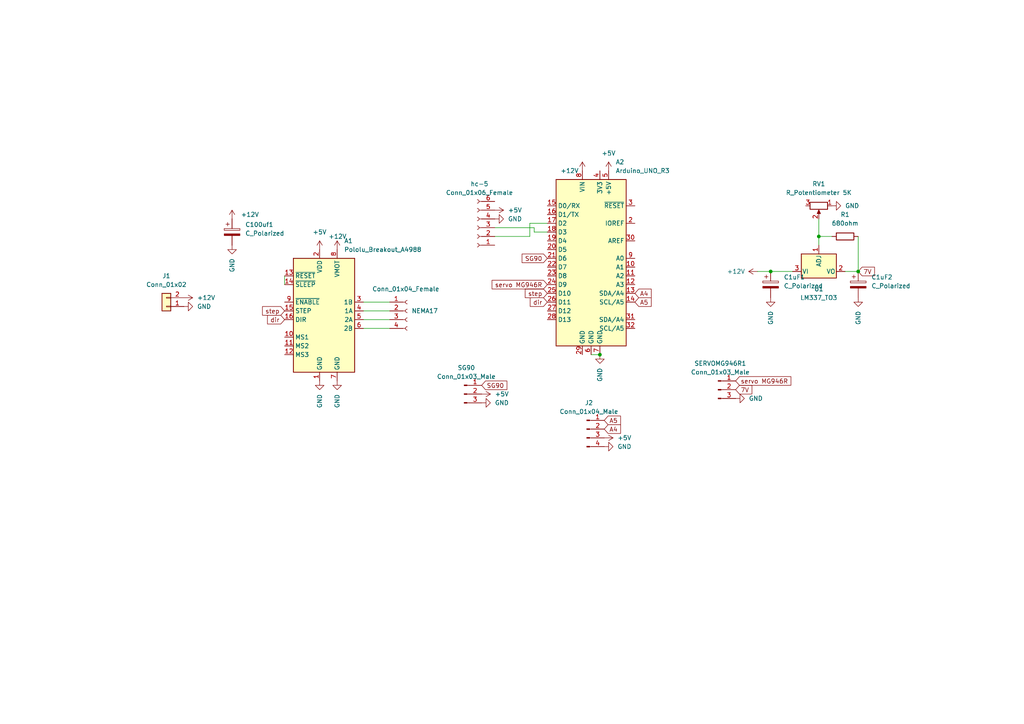
<source format=kicad_sch>
(kicad_sch (version 20211123) (generator eeschema)
  (paper "A4")
  (lib_symbols
    (symbol "Connector:Conn_01x03_Male" (pin_names (offset 1.016) hide)
      (property "Reference" "J" (at 0 5.08 0))
      (property "Value" "Conn_01x03_Male" (at 0 -5.08 0))
      (symbol "Conn_01x03_Male_1_1"
        (polyline (pts (xy 1.27 -2.54) (xy 0.8636 -2.54)) (stroke (width 0.1524)))
        (polyline (pts (xy 1.27 0) (xy 0.8636 0)) (stroke (width 0.1524)))
        (polyline (pts (xy 1.27 2.54) (xy 0.8636 2.54)) (stroke (width 0.1524)))
        (rectangle (start 0.8636 -2.413) (end 0 -2.667) (stroke (width 0.1524)) (fill (type outline)))
        (rectangle (start 0.8636 0.127) (end 0 -0.127) (stroke (width 0.1524)) (fill (type outline)))
        (rectangle (start 0.8636 2.667) (end 0 2.413) (stroke (width 0.1524)) (fill (type outline)))
        (pin passive line (at 5.08 2.54 180) (length 3.81) (name "Pin_1") (number "1"))
        (pin passive line (at 5.08 0 180) (length 3.81) (name "Pin_2") (number "2"))
        (pin passive line (at 5.08 -2.54 180) (length 3.81) (name "Pin_3") (number "3"))
      )
    )
    (symbol "Connector:Conn_01x04_Female" (pin_names (offset 1.016) hide)
      (property "Reference" "J" (at 0 5.08 0))
      (property "Value" "Conn_01x04_Female" (at 0 -7.62 0))
      (symbol "Conn_01x04_Female_1_1"
        (arc (start 0 -4.572) (mid -0.508 -5.08) (end 0 -5.588) (stroke (width 0.1524)))
        (arc (start 0 -2.032) (mid -0.508 -2.54) (end 0 -3.048) (stroke (width 0.1524)))
        (polyline (pts (xy -1.27 -5.08) (xy -0.508 -5.08)) (stroke (width 0.1524)))
        (polyline (pts (xy -1.27 -2.54) (xy -0.508 -2.54)) (stroke (width 0.1524)))
        (polyline (pts (xy -1.27 0) (xy -0.508 0)) (stroke (width 0.1524)))
        (polyline (pts (xy -1.27 2.54) (xy -0.508 2.54)) (stroke (width 0.1524)))
        (arc (start 0 0.508) (mid -0.508 0) (end 0 -0.508) (stroke (width 0.1524)))
        (arc (start 0 3.048) (mid -0.508 2.54) (end 0 2.032) (stroke (width 0.1524)))
        (pin passive line (at -5.08 2.54 0) (length 3.81) (name "Pin_1") (number "1"))
        (pin passive line (at -5.08 0 0) (length 3.81) (name "Pin_2") (number "2"))
        (pin passive line (at -5.08 -2.54 0) (length 3.81) (name "Pin_3") (number "3"))
        (pin passive line (at -5.08 -5.08 0) (length 3.81) (name "Pin_4") (number "4"))
      )
    )
    (symbol "Connector:Conn_01x04_Male" (pin_names (offset 1.016) hide)
      (property "Reference" "J" (at 0 5.08 0))
      (property "Value" "Conn_01x04_Male" (at 0 -7.62 0))
      (symbol "Conn_01x04_Male_1_1"
        (polyline (pts (xy 1.27 -5.08) (xy 0.8636 -5.08)) (stroke (width 0.1524)))
        (polyline (pts (xy 1.27 -2.54) (xy 0.8636 -2.54)) (stroke (width 0.1524)))
        (polyline (pts (xy 1.27 0) (xy 0.8636 0)) (stroke (width 0.1524)))
        (polyline (pts (xy 1.27 2.54) (xy 0.8636 2.54)) (stroke (width 0.1524)))
        (rectangle (start 0.8636 -4.953) (end 0 -5.207) (stroke (width 0.1524)) (fill (type outline)))
        (rectangle (start 0.8636 -2.413) (end 0 -2.667) (stroke (width 0.1524)) (fill (type outline)))
        (rectangle (start 0.8636 0.127) (end 0 -0.127) (stroke (width 0.1524)) (fill (type outline)))
        (rectangle (start 0.8636 2.667) (end 0 2.413) (stroke (width 0.1524)) (fill (type outline)))
        (pin passive line (at 5.08 2.54 180) (length 3.81) (name "Pin_1") (number "1"))
        (pin passive line (at 5.08 0 180) (length 3.81) (name "Pin_2") (number "2"))
        (pin passive line (at 5.08 -2.54 180) (length 3.81) (name "Pin_3") (number "3"))
        (pin passive line (at 5.08 -5.08 180) (length 3.81) (name "Pin_4") (number "4"))
      )
    )
    (symbol "Connector:Conn_01x06_Female" (pin_names (offset 1.016) hide)
      (property "Reference" "J" (at 0 7.62 0))
      (property "Value" "Conn_01x06_Female" (at 0 -10.16 0))
      (symbol "Conn_01x06_Female_1_1"
        (arc (start 0 -7.112) (mid -0.508 -7.62) (end 0 -8.128) (stroke (width 0.1524)))
        (arc (start 0 -4.572) (mid -0.508 -5.08) (end 0 -5.588) (stroke (width 0.1524)))
        (arc (start 0 -2.032) (mid -0.508 -2.54) (end 0 -3.048) (stroke (width 0.1524)))
        (polyline (pts (xy -1.27 -7.62) (xy -0.508 -7.62)) (stroke (width 0.1524)))
        (polyline (pts (xy -1.27 -5.08) (xy -0.508 -5.08)) (stroke (width 0.1524)))
        (polyline (pts (xy -1.27 -2.54) (xy -0.508 -2.54)) (stroke (width 0.1524)))
        (polyline (pts (xy -1.27 0) (xy -0.508 0)) (stroke (width 0.1524)))
        (polyline (pts (xy -1.27 2.54) (xy -0.508 2.54)) (stroke (width 0.1524)))
        (polyline (pts (xy -1.27 5.08) (xy -0.508 5.08)) (stroke (width 0.1524)))
        (arc (start 0 0.508) (mid -0.508 0) (end 0 -0.508) (stroke (width 0.1524)))
        (arc (start 0 3.048) (mid -0.508 2.54) (end 0 2.032) (stroke (width 0.1524)))
        (arc (start 0 5.588) (mid -0.508 5.08) (end 0 4.572) (stroke (width 0.1524)))
        (pin passive line (at -5.08 5.08 0) (length 3.81) (name "Pin_1") (number "1"))
        (pin passive line (at -5.08 2.54 0) (length 3.81) (name "Pin_2") (number "2"))
        (pin passive line (at -5.08 0 0) (length 3.81) (name "Pin_3") (number "3"))
        (pin passive line (at -5.08 -2.54 0) (length 3.81) (name "Pin_4") (number "4"))
        (pin passive line (at -5.08 -5.08 0) (length 3.81) (name "Pin_5") (number "5"))
        (pin passive line (at -5.08 -7.62 0) (length 3.81) (name "Pin_6") (number "6"))
      )
    )
    (symbol "Connector_Generic:Conn_01x02" (pin_names (offset 1.016) hide)
      (property "Reference" "J" (at 0 2.54 0))
      (property "Value" "Conn_01x02" (at 0 -5.08 0))
      (symbol "Conn_01x02_1_1"
        (rectangle (start -1.27 -2.413) (end 0 -2.667) (stroke (width 0.1524)))
        (rectangle (start -1.27 0.127) (end 0 -0.127) (stroke (width 0.1524)))
        (rectangle (start -1.27 1.27) (end 1.27 -3.81) (stroke (width 0.254)) (fill (type background)))
        (pin passive line (at -5.08 0 0) (length 3.81) (name "Pin_1") (number "1"))
        (pin passive line (at -5.08 -2.54 0) (length 3.81) (name "Pin_2") (number "2"))
      )
    )
    (symbol "Device:C_Polarized" (pin_numbers hide) (pin_names (offset 0.254))
      (property "Reference" "C" (at 0.635 2.54 0))
      (property "Value" "C_Polarized" (at 0.635 -2.54 0))
      (symbol "C_Polarized_0_1"
        (rectangle (start -2.286 0.508) (end 2.286 1.016))
        (polyline (pts (xy -1.778 2.286) (xy -0.762 2.286)))
        (polyline (pts (xy -1.27 2.794) (xy -1.27 1.778)))
        (rectangle (start 2.286 -0.508) (end -2.286 -1.016) (fill (type outline)))
      )
      (symbol "C_Polarized_1_1"
        (pin passive line (at 0 3.81 270) (length 2.794) (name "~") (number "1"))
        (pin passive line (at 0 -3.81 90) (length 2.794) (name "~") (number "2"))
      )
    )
    (symbol "Device:R" (pin_numbers hide) (pin_names (offset 0))
      (property "Reference" "R" (at 2.032 0 90))
      (property "Value" "R" (at 0 0 90))
      (symbol "R_0_1"
        (rectangle (start -1.016 -2.54) (end 1.016 2.54) (stroke (width 0.254)))
      )
      (symbol "R_1_1"
        (pin passive line (at 0 3.81 270) (length 1.27) (name "~") (number "1"))
        (pin passive line (at 0 -3.81 90) (length 1.27) (name "~") (number "2"))
      )
    )
    (symbol "Device:R_Potentiometer" (pin_names (offset 1.016) hide)
      (property "Reference" "RV" (at -4.445 0 90))
      (property "Value" "R_Potentiometer" (at -2.54 0 90))
      (symbol "R_Potentiometer_0_1"
        (polyline (pts (xy 2.54 0) (xy 1.524 0)))
        (polyline (pts (xy 1.143 0) (xy 2.286 0.508) (xy 2.286 -0.508) (xy 1.143 0)) (fill (type outline)))
        (rectangle (start 1.016 2.54) (end -1.016 -2.54) (stroke (width 0.254)))
      )
      (symbol "R_Potentiometer_1_1"
        (pin passive line (at 0 3.81 270) (length 1.27) (name "1") (number "1"))
        (pin passive line (at 3.81 0 180) (length 1.27) (name "2") (number "2"))
        (pin passive line (at 0 -3.81 90) (length 1.27) (name "3") (number "3"))
      )
    )
    (symbol "Driver_Motor:Pololu_Breakout_A4988"
      (property "Reference" "A" (at -2.54 19.05 0))
      (property "Value" "Pololu_Breakout_A4988" (at -2.54 16.51 0))
      (symbol "Pololu_Breakout_A4988_0_1"
        (rectangle (start 10.16 -17.78) (end -7.62 15.24) (stroke (width 0.254)) (fill (type background)))
      )
      (symbol "Pololu_Breakout_A4988_1_1"
        (pin power_in line (at 0 -20.32 90) (length 2.54) (name "GND") (number "1"))
        (pin input line (at -10.16 -7.62 0) (length 2.54) (name "MS1") (number "10"))
        (pin input line (at -10.16 -10.16 0) (length 2.54) (name "MS2") (number "11"))
        (pin input line (at -10.16 -12.7 0) (length 2.54) (name "MS3") (number "12"))
        (pin input line (at -10.16 10.16 0) (length 2.54) (name "~{RESET}") (number "13"))
        (pin input line (at -10.16 7.62 0) (length 2.54) (name "~{SLEEP}") (number "14"))
        (pin input line (at -10.16 0 0) (length 2.54) (name "STEP") (number "15"))
        (pin input line (at -10.16 -2.54 0) (length 2.54) (name "DIR") (number "16"))
        (pin power_in line (at 0 17.78 270) (length 2.54) (name "VDD") (number "2"))
        (pin output line (at 12.7 2.54 180) (length 2.54) (name "1B") (number "3"))
        (pin output line (at 12.7 0 180) (length 2.54) (name "1A") (number "4"))
        (pin output line (at 12.7 -2.54 180) (length 2.54) (name "2A") (number "5"))
        (pin output line (at 12.7 -5.08 180) (length 2.54) (name "2B") (number "6"))
        (pin power_in line (at 5.08 -20.32 90) (length 2.54) (name "GND") (number "7"))
        (pin power_in line (at 5.08 17.78 270) (length 2.54) (name "VMOT") (number "8"))
        (pin input line (at -10.16 2.54 0) (length 2.54) (name "~{ENABLE}") (number "9"))
      )
    )
    (symbol "MCU_Module:Arduino_UNO_R3"
      (property "Reference" "A" (at -10.16 23.495 0))
      (property "Value" "Arduino_UNO_R3" (at 5.08 -26.67 0))
      (symbol "Arduino_UNO_R3_0_1"
        (rectangle (start -10.16 22.86) (end 10.16 -25.4) (stroke (width 0.254)) (fill (type background)))
      )
      (symbol "Arduino_UNO_R3_1_1"
        (pin no_connect line (at -10.16 -20.32 0) (length 2.54) hide (name "NC") (number "1"))
        (pin bidirectional line (at 12.7 -2.54 180) (length 2.54) (name "A1") (number "10"))
        (pin bidirectional line (at 12.7 -5.08 180) (length 2.54) (name "A2") (number "11"))
        (pin bidirectional line (at 12.7 -7.62 180) (length 2.54) (name "A3") (number "12"))
        (pin bidirectional line (at 12.7 -10.16 180) (length 2.54) (name "SDA/A4") (number "13"))
        (pin bidirectional line (at 12.7 -12.7 180) (length 2.54) (name "SCL/A5") (number "14"))
        (pin bidirectional line (at -12.7 15.24 0) (length 2.54) (name "D0/RX") (number "15"))
        (pin bidirectional line (at -12.7 12.7 0) (length 2.54) (name "D1/TX") (number "16"))
        (pin bidirectional line (at -12.7 10.16 0) (length 2.54) (name "D2") (number "17"))
        (pin bidirectional line (at -12.7 7.62 0) (length 2.54) (name "D3") (number "18"))
        (pin bidirectional line (at -12.7 5.08 0) (length 2.54) (name "D4") (number "19"))
        (pin output line (at 12.7 10.16 180) (length 2.54) (name "IOREF") (number "2"))
        (pin bidirectional line (at -12.7 2.54 0) (length 2.54) (name "D5") (number "20"))
        (pin bidirectional line (at -12.7 0 0) (length 2.54) (name "D6") (number "21"))
        (pin bidirectional line (at -12.7 -2.54 0) (length 2.54) (name "D7") (number "22"))
        (pin bidirectional line (at -12.7 -5.08 0) (length 2.54) (name "D8") (number "23"))
        (pin bidirectional line (at -12.7 -7.62 0) (length 2.54) (name "D9") (number "24"))
        (pin bidirectional line (at -12.7 -10.16 0) (length 2.54) (name "D10") (number "25"))
        (pin bidirectional line (at -12.7 -12.7 0) (length 2.54) (name "D11") (number "26"))
        (pin bidirectional line (at -12.7 -15.24 0) (length 2.54) (name "D12") (number "27"))
        (pin bidirectional line (at -12.7 -17.78 0) (length 2.54) (name "D13") (number "28"))
        (pin power_in line (at -2.54 -27.94 90) (length 2.54) (name "GND") (number "29"))
        (pin input line (at 12.7 15.24 180) (length 2.54) (name "~{RESET}") (number "3"))
        (pin input line (at 12.7 5.08 180) (length 2.54) (name "AREF") (number "30"))
        (pin bidirectional line (at 12.7 -17.78 180) (length 2.54) (name "SDA/A4") (number "31"))
        (pin bidirectional line (at 12.7 -20.32 180) (length 2.54) (name "SCL/A5") (number "32"))
        (pin power_out line (at 2.54 25.4 270) (length 2.54) (name "3V3") (number "4"))
        (pin power_out line (at 5.08 25.4 270) (length 2.54) (name "+5V") (number "5"))
        (pin power_in line (at 0 -27.94 90) (length 2.54) (name "GND") (number "6"))
        (pin power_in line (at 2.54 -27.94 90) (length 2.54) (name "GND") (number "7"))
        (pin power_in line (at -2.54 25.4 270) (length 2.54) (name "VIN") (number "8"))
        (pin bidirectional line (at 12.7 0 180) (length 2.54) (name "A0") (number "9"))
      )
    )
    (symbol "Regulator_Linear:LM337_TO3" (pin_names (offset 0.254))
      (property "Reference" "U" (at -3.81 -3.175 0))
      (property "Value" "LM337_TO3" (at 0 -3.175 0))
      (symbol "LM337_TO3_0_1"
        (rectangle (start -5.08 5.08) (end 5.08 -1.905) (stroke (width 0.254)) (fill (type background)))
      )
      (symbol "LM337_TO3_1_1"
        (pin input line (at 0 7.62 270) (length 2.54) (name "ADJ") (number "1"))
        (pin power_out line (at 7.62 0 180) (length 2.54) (name "VO") (number "2"))
        (pin power_in line (at -7.62 0 0) (length 2.54) (name "VI") (number "3"))
      )
    )
    (symbol "power:+12V" (power) (pin_names (offset 0))
      (property "Value" "+12V" (at 0 3.556 0))
      (symbol "+12V_0_1"
        (polyline (pts (xy -0.762 1.27) (xy 0 2.54)))
        (polyline (pts (xy 0 0) (xy 0 2.54)))
        (polyline (pts (xy 0 2.54) (xy 0.762 1.27)))
      )
      (symbol "+12V_1_1"
        (pin power_in line (at 0 0 90) (length 0) hide (name "+12V") (number "1"))
      )
    )
    (symbol "power:+5V" (power) (pin_names (offset 0))
      (property "Value" "+5V" (at 0 3.556 0))
      (symbol "+5V_0_1"
        (polyline (pts (xy -0.762 1.27) (xy 0 2.54)))
        (polyline (pts (xy 0 0) (xy 0 2.54)))
        (polyline (pts (xy 0 2.54) (xy 0.762 1.27)))
      )
      (symbol "+5V_1_1"
        (pin power_in line (at 0 0 90) (length 0) hide (name "+5V") (number "1"))
      )
    )
    (symbol "power:GND" (power) (pin_names (offset 0))
      (property "Value" "GND" (at 0 -3.81 0))
      (symbol "GND_0_1"
        (polyline (pts (xy 0 0) (xy 0 -1.27) (xy 1.27 -1.27) (xy 0 -2.54) (xy -1.27 -1.27) (xy 0 -1.27)))
      )
      (symbol "GND_1_1"
        (pin power_in line (at 0 0 270) (length 0) hide (name "GND") (number "1"))
      )
    )
  )
  (junction (at 173.99 102.87))
  (junction (at 248.92 78.74))
  (junction (at 237.49 68.58))
  (junction (at 223.52 78.74))
  (wire (pts (xy 158.75 64.77) (xy 153.67 64.77)))
  (wire (pts (xy 245.11 78.74) (xy 248.92 78.74)))
  (wire (pts (xy 143.51 68.58) (xy 153.67 68.58)))
  (wire (pts (xy 237.49 68.58) (xy 237.49 71.12)))
  (wire (pts (xy 237.49 63.5) (xy 237.49 68.58)))
  (wire (pts (xy 153.67 64.77) (xy 153.67 68.58)))
  (wire (pts (xy 154.94 66.04) (xy 154.94 67.31)))
  (wire (pts (xy 143.51 66.04) (xy 154.94 66.04)))
  (wire (pts (xy 105.41 87.63) (xy 113.03 87.63)))
  (wire (pts (xy 105.41 90.17) (xy 113.03 90.17)))
  (wire (pts (xy 223.52 78.74) (xy 229.87 78.74)))
  (wire (pts (xy 154.94 67.31) (xy 158.75 67.31)))
  (wire (pts (xy 171.45 102.87) (xy 173.99 102.87)))
  (wire (pts (xy 105.41 95.25) (xy 113.03 95.25)))
  (wire (pts (xy 219.71 78.74) (xy 223.52 78.74)))
  (wire (pts (xy 82.55 80.01) (xy 82.55 82.55)))
  (wire (pts (xy 248.92 68.58) (xy 248.92 78.74)))
  (wire (pts (xy 237.49 68.58) (xy 241.3 68.58)))
  (wire (pts (xy 105.41 92.71) (xy 113.03 92.71)))
  (global_label "SG90" (shape input) (at 158.75 74.93 180) (property "Intersheet References" "${INTERSHEET_REFS}" (effects hide)))
  (global_label "A5" (shape input) (at 184.15 87.63 0) (property "Intersheet References" "${INTERSHEET_REFS}" (effects hide)))
  (global_label "A4" (shape input) (at 175.26 124.46 0) (property "Intersheet References" "${INTERSHEET_REFS}" (effects hide)))
  (global_label "7V" (shape input) (at 248.92 78.74 0) (property "Intersheet References" "${INTERSHEET_REFS}" (effects hide)))
  (global_label "SG90" (shape input) (at 139.7 111.76 0) (property "Intersheet References" "${INTERSHEET_REFS}" (effects hide)))
  (global_label "servo MG946R" (shape input) (at 213.36 110.49 0) (property "Intersheet References" "${INTERSHEET_REFS}" (effects hide)))
  (global_label "A4" (shape input) (at 184.15 85.09 0) (property "Intersheet References" "${INTERSHEET_REFS}" (effects hide)))
  (global_label "step" (shape input) (at 82.55 90.17 180) (property "Intersheet References" "${INTERSHEET_REFS}" (effects hide)))
  (global_label "step" (shape input) (at 158.75 85.09 180) (property "Intersheet References" "${INTERSHEET_REFS}" (effects hide)))
  (global_label "7V" (shape input) (at 213.36 113.03 0) (property "Intersheet References" "${INTERSHEET_REFS}" (effects hide)))
  (global_label "servo MG946R" (shape input) (at 158.75 82.55 180) (property "Intersheet References" "${INTERSHEET_REFS}" (effects hide)))
  (global_label "A5" (shape input) (at 175.26 121.92 0) (property "Intersheet References" "${INTERSHEET_REFS}" (effects hide)))
  (global_label "dir" (shape input) (at 82.55 92.71 180) (property "Intersheet References" "${INTERSHEET_REFS}" (effects hide)))
  (global_label "dir" (shape input) (at 158.75 87.63 180) (property "Intersheet References" "${INTERSHEET_REFS}" (effects hide)))
  (symbol (lib_id "Device:R_Potentiometer") (at 237.49 59.69 270) (unit 1)
    (property "Reference" "RV1" (at 237.49 53.34 90))
    (property "Value" "R_Potentiometer 5K" (at 237.49 55.88 90))
    (property "Footprint" "Potentiometer_THT:Potentiometer_Bourns_3296W_Vertical" (effects hide))
  )
  (symbol (lib_id "power:GND") (at 53.34 88.9 90) (unit 1)
    (property "Reference" "#PWR0109" (effects hide))
    (property "Value" "GND" (at 57.15 88.8999 90) (effects (justify right)))
  )
  (symbol (lib_id "power:+12V") (at 97.79 72.39 0) (unit 1)
    (property "Reference" "#PWR0102" (effects hide))
    (property "Value" "+12V" (at 95.25 68.58 0) (effects (justify left)))
  )
  (symbol (lib_id "Device:C_Polarized") (at 223.52 82.55 0) (unit 1)
    (property "Reference" "C1uF1" (at 227.33 80.3909 0) (effects (justify left)))
    (property "Value" "C_Polarized" (at 227.33 82.9309 0) (effects (justify left)))
    (property "Footprint" "Capacitor_THT:C_Radial_D6.3mm_H11.0mm_P2.50mm" (effects hide))
  )
  (symbol (lib_id "Device:C_Polarized") (at 248.92 82.55 0) (unit 1)
    (property "Reference" "C1uF2" (at 252.73 80.3909 0) (effects (justify left)))
    (property "Value" "C_Polarized" (at 252.73 82.9309 0) (effects (justify left)))
    (property "Footprint" "Capacitor_THT:C_Radial_D6.3mm_H11.0mm_P2.50mm" (effects hide))
  )
  (symbol (lib_id "Connector:Conn_01x06_Female") (at 138.43 66.04 180) (unit 1)
    (property "Reference" "hc-5" (at 139.065 53.34 0))
    (property "Value" "Conn_01x06_Female" (at 139.065 55.88 0))
    (property "Footprint" "Connector_PinSocket_2.54mm:PinSocket_1x06_P2.54mm_Vertical" (effects hide))
  )
  (symbol (lib_id "power:GND") (at 248.92 86.36 0) (unit 1)
    (property "Reference" "#PWR0124" (effects hide))
    (property "Value" "GND" (at 248.9201 90.17 90) (effects (justify right)))
  )
  (symbol (lib_id "power:+12V") (at 67.31 63.5 0) (unit 1)
    (property "Reference" "#PWR0107" (effects hide))
    (property "Value" "+12V" (at 69.85 62.2299 0) (effects (justify left)))
  )
  (symbol (lib_id "power:GND") (at 97.79 110.49 0) (unit 1)
    (property "Reference" "#PWR0104" (effects hide))
    (property "Value" "GND" (at 97.7901 114.3 90) (effects (justify right)))
  )
  (symbol (lib_id "power:+5V") (at 139.7 114.3 270) (unit 1)
    (property "Reference" "#PWR0116" (effects hide))
    (property "Value" "+5V" (at 143.51 114.2999 90) (effects (justify left)))
  )
  (symbol (lib_id "power:+12V") (at 219.71 78.74 90) (unit 1)
    (property "Reference" "#PWR0112" (effects hide))
    (property "Value" "+12V" (at 210.82 78.74 90) (effects (justify right)))
  )
  (symbol (lib_id "power:GND") (at 223.52 86.36 0) (unit 1)
    (property "Reference" "#PWR0121" (effects hide))
    (property "Value" "GND" (at 223.5201 90.17 90) (effects (justify right)))
  )
  (symbol (lib_id "Device:R") (at 245.11 68.58 90) (unit 1)
    (property "Reference" "R1" (at 245.11 62.23 90))
    (property "Value" "680ohm" (at 245.11 64.77 90))
    (property "Footprint" "Resistor_THT:R_Axial_DIN0207_L6.3mm_D2.5mm_P10.16mm_Horizontal" (effects hide))
  )
  (symbol (lib_id "power:GND") (at 139.7 116.84 90) (unit 1)
    (property "Reference" "#PWR0115" (effects hide))
    (property "Value" "GND" (at 143.51 116.8399 90) (effects (justify right)))
  )
  (symbol (lib_id "power:GND") (at 92.71 110.49 0) (unit 1)
    (property "Reference" "#PWR0103" (effects hide))
    (property "Value" "GND" (at 92.7101 114.3 90) (effects (justify right)))
  )
  (symbol (lib_id "power:GND") (at 175.26 129.54 90) (unit 1)
    (property "Reference" "#PWR0118" (effects hide))
    (property "Value" "GND" (at 179.07 129.5399 90) (effects (justify right)))
  )
  (symbol (lib_id "power:+12V") (at 53.34 86.36 270) (unit 1)
    (property "Reference" "#PWR0110" (effects hide))
    (property "Value" "+12V" (at 57.15 86.3599 90) (effects (justify left)))
  )
  (symbol (lib_id "power:+5V") (at 92.71 72.39 0) (unit 1)
    (property "Reference" "#PWR0101" (effects hide))
    (property "Value" "+5V" (at 92.71 67.31 0))
  )
  (symbol (lib_id "power:GND") (at 67.31 71.12 0) (unit 1)
    (property "Reference" "#PWR0108" (effects hide))
    (property "Value" "GND" (at 67.3101 74.93 90) (effects (justify right)))
  )
  (symbol (lib_id "power:GND") (at 241.3 59.69 90) (unit 1)
    (property "Reference" "#PWR0119" (effects hide))
    (property "Value" "GND" (at 245.11 59.6899 90) (effects (justify right)))
  )
  (symbol (lib_id "power:+5V") (at 176.53 49.53 0) (unit 1)
    (property "Reference" "#PWR0114" (effects hide))
    (property "Value" "+5V" (at 176.53 44.45 0))
  )
  (symbol (lib_id "power:GND") (at 143.51 63.5 90) (unit 1)
    (property "Reference" "#PWR0105" (effects hide))
    (property "Value" "GND" (at 147.32 63.4999 90) (effects (justify right)))
  )
  (symbol (lib_id "Connector:Conn_01x04_Male") (at 170.18 124.46 0) (unit 1)
    (property "Reference" "J2" (at 170.815 116.84 0))
    (property "Value" "Conn_01x04_Male" (at 170.815 119.38 0))
    (property "Footprint" "Connector_PinHeader_2.54mm:PinHeader_1x04_P2.54mm_Vertical" (effects hide))
  )
  (symbol (lib_id "Device:C_Polarized") (at 67.31 67.31 0) (unit 1)
    (property "Reference" "C100uf1" (at 71.12 65.1509 0) (effects (justify left)))
    (property "Value" "C_Polarized" (at 71.12 67.6909 0) (effects (justify left)))
    (property "Footprint" "Capacitor_THT:C_Radial_D6.3mm_H11.0mm_P2.50mm" (effects hide))
  )
  (symbol (lib_id "Connector_Generic:Conn_01x02") (at 48.26 88.9 180) (unit 1)
    (property "Reference" "J1" (at 48.26 80.01 0))
    (property "Value" "Conn_01x02" (at 48.26 82.55 0))
    (property "Footprint" "TerminalBlock:TerminalBlock_Altech_AK300-2_P5.00mm" (effects hide))
  )
  (symbol (lib_id "power:GND") (at 173.99 102.87 0) (unit 1)
    (property "Reference" "#PWR0111" (effects hide))
    (property "Value" "GND" (at 173.9901 106.68 90) (effects (justify right)))
  )
  (symbol (lib_id "Connector:Conn_01x03_Male") (at 208.28 113.03 0) (unit 1)
    (property "Reference" "SERVOMG946R1" (at 208.915 105.41 0))
    (property "Value" "Conn_01x03_Male" (at 208.915 107.95 0))
    (property "Footprint" "Connector_PinHeader_2.54mm:PinHeader_1x03_P2.54mm_Vertical" (effects hide))
  )
  (symbol (lib_id "MCU_Module:Arduino_UNO_R3") (at 171.45 74.93 0) (unit 1)
    (property "Reference" "A2" (at 178.5494 46.99 0) (effects (justify left)))
    (property "Value" "Arduino_UNO_R3" (at 178.5494 49.53 0) (effects (justify left)))
    (property "Footprint" "Module:Arduino_UNO_R3 modificado" (effects hide))
    (property "Datasheet" "https://www.arduino.cc/en/Main/arduinoBoardUno" (effects hide))
  )
  (symbol (lib_id "power:+12V") (at 168.91 49.53 0) (unit 1)
    (property "Reference" "#PWR0113" (effects hide))
    (property "Value" "+12V" (at 162.56 49.53 0) (effects (justify left)))
  )
  (symbol (lib_id "Connector:Conn_01x03_Male") (at 134.62 114.3 0) (unit 1)
    (property "Reference" "SG90" (at 135.255 106.68 0))
    (property "Value" "Conn_01x03_Male" (at 135.255 109.22 0))
    (property "Footprint" "Connector_PinHeader_2.54mm:PinHeader_1x03_P2.54mm_Vertical" (effects hide))
  )
  (symbol (lib_id "power:+5V") (at 175.26 127 270) (unit 1)
    (property "Reference" "#PWR0117" (effects hide))
    (property "Value" "+5V" (at 179.07 126.9999 90) (effects (justify left)))
  )
  (symbol (lib_id "Driver_Motor:Pololu_Breakout_A4988") (at 92.71 90.17 0) (unit 1)
    (property "Reference" "A1" (at 99.8094 69.85 0) (effects (justify left)))
    (property "Value" "Pololu_Breakout_A4988" (at 99.8094 72.39 0) (effects (justify left)))
    (property "Footprint" "Module:Pololu_Breakout-16_15.2x20.3mm" (effects hide))
    (property "Datasheet" "https://www.pololu.com/product/2980/pictures" (effects hide))
  )
  (symbol (lib_id "Connector:Conn_01x04_Female") (at 118.11 90.17 0) (unit 1)
    (property "Reference" "NEMA17" (at 119.38 90.17 0) (effects (justify left)))
    (property "Value" "Conn_01x04_Female" (at 107.95 83.82 0) (effects (justify left)))
    (property "Footprint" "TerminalBlock:TerminalBlock_Altech_AK300-4_P5.00mm" (effects hide))
  )
  (symbol (lib_id "Regulator_Linear:LM337_TO3") (at 237.49 78.74 0) (unit 1)
    (property "Reference" "U1" (at 237.49 83.82 0))
    (property "Value" "LM337_TO3" (at 237.49 86.36 0))
    (property "Footprint" "Package_TO_SOT_THT:TO-3-nuevo" (effects hide))
    (property "Datasheet" "http://www.ti.com/lit/ds/symlink/lm337-n.pdf" (effects hide))
  )
  (symbol (lib_id "power:GND") (at 213.36 115.57 90) (unit 1)
    (property "Reference" "#PWR0123" (effects hide))
    (property "Value" "GND" (at 217.17 115.5699 90) (effects (justify right)))
  )
  (symbol (lib_id "power:+5V") (at 143.51 60.96 270) (unit 1)
    (property "Reference" "#PWR0106" (effects hide))
    (property "Value" "+5V" (at 147.32 60.9599 90) (effects (justify left)))
  )
)
</source>
